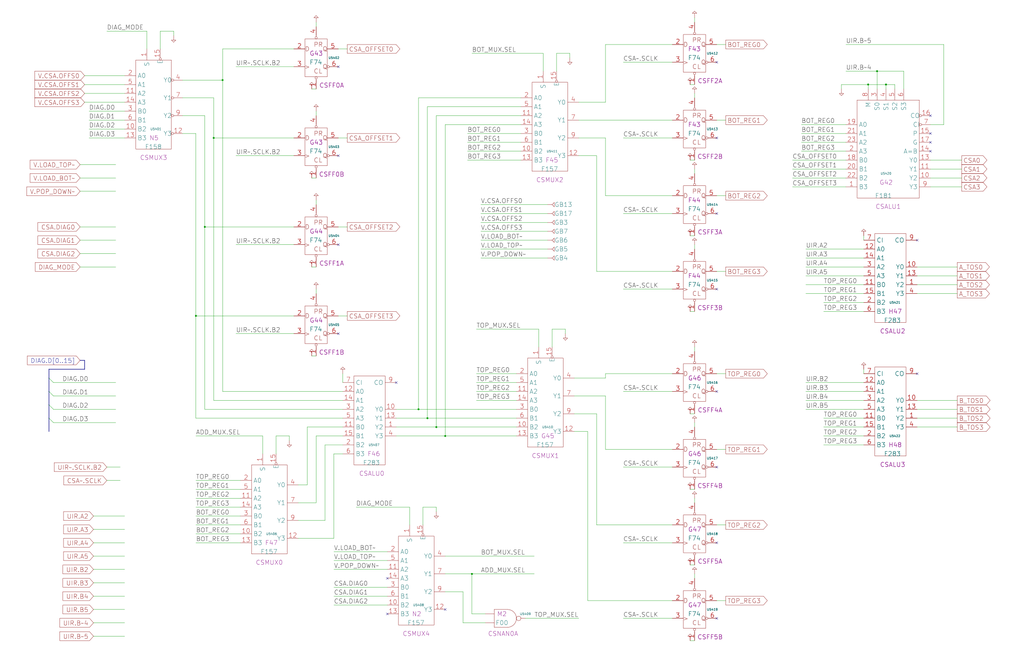
<source format=kicad_sch>
(kicad_sch (version 20221004) (generator eeschema)
  (paper "User" 584.2 378.46)
  (title_block (title "REGISTER FILE CONTROL\\nCSA ADDRESS GENERATION") (date "22-MAR-90") (rev "1.0") (comment 1 "VALUE") (comment 2 "232-003063") (comment 3 "S400") (comment 4 "RELEASED"))
  (lib_symbols
    (symbol "r1000:F00" (pin_numbers hide) (pin_names hide)
      (property "Reference" "U" (at 15.24 0 0))
      (property "Value" "F00" (at 1.905 -5.08 0))
      (property "Location" "___" (at 1.905 0 0))
      (property "Name" "______" (at 2.54 -12.7 0))
      (symbol "F00_1_1"
        (pin input line (at -7.62 0 0) (length 5.08) (name "D0") (number "1"))
        (pin input line (at -7.62 -5.08 0) (length 5.08) (name "D1") (number "2"))
        (pin output line (at 15.24 -2.54 180) (length 2.54) (name "Q") (number "3"))
      )
      (symbol "F00_1_2"
        (pin input line (at -7.62 0 0) (length 2.54) (name "D0") (number "1"))
        (pin input line (at -7.62 -5.08 0) (length 2.54) (name "D1") (number "2"))
        (pin output line (at 15.24 -2.54 180) (length 5.08) (name "Q") (number "3"))
      )
    )
    (symbol "r1000:F157" (pin_names (offset 1.016))
      (property "Reference" "U" (at 2.54 5.08 0))
      (property "Value" "F157" (at -3.81 -5.08 0))
      (property "Location" "___" (at -1.27 0 0))
      (property "Name" "______" (at 1.27 -12.7 0))
      (symbol "F157_1_1"
        (pin input line (at -2.54 50.8 270) (length 6.35) (name "S") (number "1"))
        (pin input line (at -15.24 5.08 0) (length 6.35) (name "B2") (number "10"))
        (pin input line (at -15.24 25.4 0) (length 6.35) (name "A2") (number "11"))
        (pin output line (at 17.78 2.54 180) (length 6.35) (name "Y3") (number "12"))
        (pin input line (at -15.24 0 0) (length 6.35) (name "B3") (number "13"))
        (pin input line (at -15.24 20.32 0) (length 6.35) (name "A3") (number "14"))
        (pin input line (at 5.08 50.8 270) (length 5.08) (name "E") (number "15"))
        (pin input line (at -15.24 35.56 0) (length 6.35) (name "A0") (number "2"))
        (pin input line (at -15.24 15.24 0) (length 6.35) (name "B0") (number "3"))
        (pin output line (at 17.78 33.02 180) (length 6.35) (name "Y0") (number "4"))
        (pin input line (at -15.24 30.48 0) (length 6.35) (name "A1") (number "5"))
        (pin input line (at -15.24 10.16 0) (length 6.35) (name "B1") (number "6"))
        (pin output line (at 17.78 22.86 180) (length 6.35) (name "Y1") (number "7"))
        (pin output line (at 17.78 12.7 180) (length 6.35) (name "Y2") (number "9"))
      )
    )
    (symbol "r1000:F158" (pin_names (offset 1.016))
      (property "Reference" "U" (at 2.54 5.08 0))
      (property "Value" "F158" (at -3.81 -5.08 0))
      (property "Location" "___" (at -1.27 0 0))
      (property "Name" "______" (at 1.27 -12.7 0))
      (symbol "F158_1_1"
        (pin input line (at -2.54 50.8 270) (length 6.35) (name "S") (number "1"))
        (pin input line (at -15.24 5.08 0) (length 6.35) (name "B2") (number "10"))
        (pin input line (at -15.24 25.4 0) (length 6.35) (name "A2") (number "11"))
        (pin output line (at 17.78 2.54 180) (length 5.08) (name "Y3") (number "12"))
        (pin input line (at -15.24 0 0) (length 6.35) (name "B3") (number "13"))
        (pin input line (at -15.24 20.32 0) (length 6.35) (name "A3") (number "14"))
        (pin input line (at 5.08 50.8 270) (length 5.08) (name "E") (number "15"))
        (pin input line (at -15.24 35.56 0) (length 6.35) (name "A0") (number "2"))
        (pin input line (at -15.24 15.24 0) (length 6.35) (name "B0") (number "3"))
        (pin output line (at 17.78 33.02 180) (length 5.08) (name "Y0") (number "4"))
        (pin input line (at -15.24 30.48 0) (length 6.35) (name "A1") (number "5"))
        (pin input line (at -15.24 10.16 0) (length 6.35) (name "B1") (number "6"))
        (pin output line (at 17.78 22.86 180) (length 5.08) (name "Y1") (number "7"))
        (pin output line (at 17.78 12.7 180) (length 5.08) (name "Y2") (number "9"))
      )
    )
    (symbol "r1000:F181" (pin_names (offset 1.016))
      (property "Reference" "U" (at 2.54 5.08 0))
      (property "Value" "F181" (at -3.81 -7.62 0))
      (property "Location" "___" (at -1.27 0 0))
      (property "Name" "______" (at 3.81 -15.24 0))
      (symbol "F181_1_1"
        (pin input line (at -20.32 -2.54 0) (length 6.35) (name "B3") (number "1"))
        (pin output line (at 27.94 2.54 180) (length 6.35) (name "Y2") (number "10"))
        (pin output line (at 27.94 7.62 180) (length 6.35) (name "Y1") (number "11"))
        (pin output line (at 27.94 12.7 180) (length 6.35) (name "Y0") (number "13"))
        (pin open_collector line (at 27.94 17.78 180) (length 6.35) (name "A=B") (number "14"))
        (pin output line (at 27.94 27.94 180) (length 6.35) (name "P") (number "15"))
        (pin output line (at 27.94 38.1 180) (length 5.08) (name "CO") (number "16"))
        (pin output line (at 27.94 22.86 180) (length 6.35) (name "G") (number "17"))
        (pin input line (at -20.32 12.7 0) (length 6.35) (name "B0") (number "18"))
        (pin input line (at -20.32 33.02 0) (length 6.35) (name "A0") (number "19"))
        (pin input line (at -20.32 17.78 0) (length 6.35) (name "A3") (number "2"))
        (pin input line (at -20.32 7.62 0) (length 6.35) (name "B1") (number "20"))
        (pin input line (at -20.32 27.94 0) (length 6.35) (name "A1") (number "21"))
        (pin input line (at -20.32 2.54 0) (length 6.35) (name "B2") (number "22"))
        (pin input line (at -20.32 22.86 0) (length 6.35) (name "A2") (number "23"))
        (pin input line (at -2.54 53.34 270) (length 6.35) (name "S0") (number "3"))
        (pin input line (at 2.54 53.34 270) (length 6.35) (name "S1") (number "4"))
        (pin input line (at 7.62 53.34 270) (length 6.35) (name "S2") (number "5"))
        (pin input line (at 12.7 53.34 270) (length 6.35) (name "S3") (number "6"))
        (pin input line (at 27.94 33.02 180) (length 5.08) (name "CI") (number "7"))
        (pin input line (at -7.62 53.34 270) (length 6.35) (name "M") (number "8"))
        (pin output line (at 27.94 -2.54 180) (length 6.35) (name "Y3") (number "9"))
      )
    )
    (symbol "r1000:F283" (pin_names (offset 1.016))
      (property "Reference" "U" (at 2.54 5.08 0))
      (property "Value" "F283" (at -3.81 -5.08 0))
      (property "Location" "___" (at -1.27 0 0))
      (property "Name" "______" (at 1.27 -12.7 0))
      (symbol "F283_1_1"
        (pin output line (at 15.24 15.24 180) (length 6.35) (name "Y2") (number "1"))
        (pin output line (at 15.24 25.4 180) (length 6.35) (name "Y0") (number "10"))
        (pin input line (at -15.24 15.24 0) (length 6.35) (name "B0") (number "11"))
        (pin input line (at -15.24 35.56 0) (length 6.35) (name "A0") (number "12"))
        (pin output line (at 15.24 20.32 180) (length 6.35) (name "Y1") (number "13"))
        (pin input line (at -15.24 30.48 0) (length 6.35) (name "A1") (number "14"))
        (pin input line (at -15.24 10.16 0) (length 6.35) (name "B1") (number "15"))
        (pin input line (at -15.24 5.08 0) (length 6.35) (name "B2") (number "2"))
        (pin input line (at -15.24 25.4 0) (length 6.35) (name "A2") (number "3"))
        (pin output line (at 15.24 10.16 180) (length 6.35) (name "Y3") (number "4"))
        (pin input line (at -15.24 20.32 0) (length 6.35) (name "A3") (number "5"))
        (pin input line (at -15.24 0 0) (length 6.35) (name "B3") (number "6"))
        (pin input line (at -15.24 40.64 0) (length 6.35) (name "CI") (number "7"))
        (pin output line (at 15.24 40.64 180) (length 6.35) (name "CO") (number "9"))
      )
    )
    (symbol "r1000:F74" (pin_names (offset 1.016) hide)
      (property "Reference" "U" (at 12.7 -2.54 0))
      (property "Value" "F74" (at -1.27 -5.08 0))
      (property "Location" "___" (at -1.27 0 0))
      (property "Name" "______" (at 11.43 -19.685 0))
      (symbol "F74_1_1"
        (text ">" (at -2.54 -7.62 0) (effects (font (size 2.54 2.54))))
        (text "C" (at 2.54 -10.16 0) (effects (font (size 2.54 2.54))))
        (text "D" (at -2.54 2.54 0) (effects (font (size 2.54 2.54))))
        (text "L" (at 5.08 -10.16 0) (effects (font (size 2.54 2.54))))
        (text "P" (at 2.54 5.08 0) (effects (font (size 2.54 2.54))))
        (text "Q" (at 7.62 -7.62 0) (effects (font (size 2.54 2.54))))
        (text "Q" (at 7.62 2.54 0) (effects (font (size 2.54 2.54))))
        (text "R" (at 5.08 5.08 0) (effects (font (size 2.54 2.54))))
        (pin input line (at 2.54 -20.32 90) (length 5.08) (name "CL_") (number "1"))
        (pin input line (at -10.16 2.54 0) (length 6.35) (name "D") (number "2"))
        (pin input line (at -10.16 -7.62 0) (length 6.35) (name "CLK") (number "3"))
        (pin input line (at 2.54 15.24 270) (length 5.08) (name "PR_") (number "4"))
        (pin output line (at 15.24 2.54 180) (length 6.35) (name "Q") (number "5"))
        (pin output line (at 15.24 -7.62 180) (length 5.08) (name "Q_") (number "6"))
      )
    )
    (symbol "r1000:GB" (pin_numbers hide) (pin_names (offset 0) hide)
      (property "Reference" "GB" (at 3.81 0 0))
      (symbol "GB_1_1"
        (pin bidirectional line (at 0 0 0) (length 2.54) (name "") (number "1"))
      )
    )
    (symbol "r1000:PD" (power) (pin_numbers hide) (pin_names hide) (in_bom no)
      (symbol "PD_1_1"
        (pin power_in line (at 0 0 270) (length 2.54) (name "PD") (number "1"))
      )
    )
    (symbol "r1000:PU" (power) (pin_numbers hide) (pin_names hide)
      (symbol "PU_1_1"
        (pin power_in line (at 0 0 90) (length 2.54) (name "PU") (number "1"))
      )
    )
  )
  (junction (at 127 45.72))
  (junction (at 505.46 48.26))
  (junction (at 116.84 129.54))
  (junction (at 254 248.92))
  (junction (at 238.76 233.68))
  (junction (at 243.84 238.76))
  (junction (at 248.92 243.84))
  (junction (at 269.24 327.66))
  (junction (at 500.38 40.64))
  (junction (at 111.76 180.34))
  (junction (at 495.3 48.26))
  (junction (at 121.92 78.74))
  (no_connect (at 220.98 330.2))
  (no_connect (at 408.94 223.52))
  (no_connect (at 193.04 88.9))
  (no_connect (at 408.94 35.56))
  (no_connect (at 193.04 38.1))
  (no_connect (at 408.94 121.92))
  (no_connect (at 530.86 66.04))
  (no_connect (at 193.04 190.5))
  (no_connect (at 530.86 81.28))
  (no_connect (at 408.94 165.1))
  (no_connect (at 193.04 139.7))
  (no_connect (at 220.98 350.52))
  (no_connect (at 408.94 78.74))
  (no_connect (at 523.24 137.16))
  (no_connect (at 408.94 353.06))
  (no_connect (at 530.86 86.36))
  (no_connect (at 254 347.98))
  (no_connect (at 530.86 76.2))
  (no_connect (at 226.06 218.44))
  (no_connect (at 408.94 309.88))
  (no_connect (at 523.24 213.36))
  (no_connect (at 408.94 266.7))
  (bus_entry (at 27.94 223.52) (size 2.54 2.54))
  (bus_entry (at 27.94 215.9) (size 2.54 2.54))
  (bus_entry (at 27.94 238.76) (size 2.54 2.54))
  (bus_entry (at 27.94 231.14) (size 2.54 2.54))
  (wire (pts (xy 396.24 53.34) (xy 396.24 55.88)))
  (wire (pts (xy 340.36 236.22) (xy 340.36 299.72)))
  (wire (pts (xy 396.24 10.16) (xy 396.24 12.7)))
  (wire (pts (xy 345.44 58.42) (xy 330.2 58.42)))
  (wire (pts (xy 530.86 96.52) (xy 548.64 96.52)))
  (wire (pts (xy 177.8 50.8) (xy 180.34 50.8)))
  (wire (pts (xy 505.46 48.26) (xy 505.46 50.8)))
  (bus (pts (xy 27.94 215.9) (xy 27.94 223.52)))
  (wire (pts (xy 383.54 111.76) (xy 345.44 111.76)))
  (wire (pts (xy 383.54 213.36) (xy 345.44 213.36)))
  (wire (pts (xy 274.32 132.08) (xy 312.42 132.08)))
  (wire (pts (xy 459.74 162.56) (xy 492.76 162.56)))
  (wire (pts (xy 241.3 289.56) (xy 241.3 299.72)))
  (wire (pts (xy 195.58 213.36) (xy 195.58 218.44)))
  (wire (pts (xy 530.86 101.6) (xy 548.64 101.6)))
  (wire (pts (xy 193.04 180.34) (xy 198.12 180.34)))
  (wire (pts (xy 180.34 114.3) (xy 180.34 116.84)))
  (wire (pts (xy 530.86 106.68) (xy 548.64 106.68)))
  (wire (pts (xy 226.06 233.68) (xy 238.76 233.68)))
  (wire (pts (xy 530.86 91.44) (xy 548.64 91.44)))
  (wire (pts (xy 48.26 48.26) (xy 71.12 48.26)))
  (wire (pts (xy 459.74 157.48) (xy 492.76 157.48)))
  (wire (pts (xy 193.04 129.54) (xy 198.12 129.54)))
  (bus (pts (xy 27.94 210.82) (xy 48.26 210.82)))
  (wire (pts (xy 408.94 299.72) (xy 414.02 299.72)))
  (wire (pts (xy 195.58 259.08) (xy 190.5 259.08)))
  (wire (pts (xy 383.54 25.4) (xy 345.44 25.4)))
  (wire (pts (xy 170.18 297.18) (xy 185.42 297.18)))
  (wire (pts (xy 165.1 251.46) (xy 165.1 248.92)))
  (wire (pts (xy 111.76 309.88) (xy 137.16 309.88)))
  (wire (pts (xy 269.24 327.66) (xy 304.8 327.66)))
  (wire (pts (xy 396.24 241.3) (xy 396.24 243.84)))
  (wire (pts (xy 149.86 248.92) (xy 149.86 259.08)))
  (wire (pts (xy 469.9 243.84) (xy 492.76 243.84)))
  (wire (pts (xy 177.8 203.2) (xy 180.34 203.2)))
  (wire (pts (xy 345.44 213.36) (xy 345.44 215.9)))
  (wire (pts (xy 99.06 20.32) (xy 99.06 17.78)))
  (wire (pts (xy 396.24 96.52) (xy 396.24 99.06)))
  (wire (pts (xy 254 71.12) (xy 297.18 71.12)))
  (wire (pts (xy 99.06 17.78) (xy 91.44 17.78)))
  (wire (pts (xy 190.5 335.28) (xy 220.98 335.28)))
  (wire (pts (xy 254 248.92) (xy 254 71.12)))
  (wire (pts (xy 500.38 40.64) (xy 515.62 40.64)))
  (wire (pts (xy 452.12 101.6) (xy 482.6 101.6)))
  (wire (pts (xy 248.92 66.04) (xy 248.92 243.84)))
  (wire (pts (xy 190.5 259.08) (xy 190.5 307.34)))
  (wire (pts (xy 157.48 248.92) (xy 157.48 259.08)))
  (wire (pts (xy 269.24 30.48) (xy 309.88 30.48)))
  (wire (pts (xy 355.6 165.1) (xy 383.54 165.1)))
  (bus (pts (xy 48.26 210.82) (xy 48.26 205.74)))
  (wire (pts (xy 53.34 317.5) (xy 71.12 317.5)))
  (wire (pts (xy 523.24 162.56) (xy 546.1 162.56)))
  (wire (pts (xy 238.76 55.88) (xy 238.76 233.68)))
  (wire (pts (xy 492.76 210.82) (xy 492.76 213.36)))
  (wire (pts (xy 180.34 248.92) (xy 180.34 287.02)))
  (wire (pts (xy 111.76 294.64) (xy 137.16 294.64)))
  (wire (pts (xy 322.58 190.5) (xy 322.58 187.96)))
  (wire (pts (xy 393.7 48.26) (xy 396.24 48.26)))
  (wire (pts (xy 180.34 12.7) (xy 180.34 15.24)))
  (wire (pts (xy 459.74 167.64) (xy 492.76 167.64)))
  (wire (pts (xy 297.18 55.88) (xy 238.76 55.88)))
  (wire (pts (xy 134.62 190.5) (xy 167.64 190.5)))
  (wire (pts (xy 185.42 297.18) (xy 185.42 254)))
  (wire (pts (xy 91.44 17.78) (xy 91.44 27.94)))
  (wire (pts (xy 482.6 25.4) (xy 538.48 25.4)))
  (wire (pts (xy 190.5 325.12) (xy 220.98 325.12)))
  (wire (pts (xy 271.78 218.44) (xy 294.64 218.44)))
  (wire (pts (xy 480.06 50.8) (xy 480.06 48.26)))
  (wire (pts (xy 45.72 152.4) (xy 66.04 152.4)))
  (wire (pts (xy 53.34 302.26) (xy 71.12 302.26)))
  (wire (pts (xy 396.24 139.7) (xy 396.24 142.24)))
  (wire (pts (xy 104.14 45.72) (xy 127 45.72)))
  (wire (pts (xy 408.94 342.9) (xy 414.02 342.9)))
  (wire (pts (xy 190.5 314.96) (xy 220.98 314.96)))
  (bus (pts (xy 45.72 205.74) (xy 48.26 205.74)))
  (wire (pts (xy 309.88 30.48) (xy 309.88 40.64)))
  (wire (pts (xy 264.16 355.6) (xy 276.86 355.6)))
  (wire (pts (xy 127 27.94) (xy 167.64 27.94)))
  (wire (pts (xy 396.24 327.66) (xy 396.24 330.2)))
  (wire (pts (xy 195.58 228.6) (xy 121.92 228.6)))
  (wire (pts (xy 345.44 25.4) (xy 345.44 58.42)))
  (wire (pts (xy 325.12 30.48) (xy 317.5 30.48)))
  (wire (pts (xy 165.1 248.92) (xy 157.48 248.92)))
  (wire (pts (xy 111.76 76.2) (xy 111.76 180.34)))
  (wire (pts (xy 274.32 147.32) (xy 312.42 147.32)))
  (wire (pts (xy 45.72 129.54) (xy 66.04 129.54)))
  (wire (pts (xy 459.74 228.6) (xy 492.76 228.6)))
  (wire (pts (xy 317.5 30.48) (xy 317.5 40.64)))
  (wire (pts (xy 340.36 88.9) (xy 330.2 88.9)))
  (wire (pts (xy 45.72 93.98) (xy 66.04 93.98)))
  (wire (pts (xy 523.24 233.68) (xy 546.1 233.68)))
  (wire (pts (xy 345.44 78.74) (xy 330.2 78.74)))
  (wire (pts (xy 53.34 325.12) (xy 71.12 325.12)))
  (wire (pts (xy 53.34 355.6) (xy 71.12 355.6)))
  (wire (pts (xy 523.24 238.76) (xy 546.1 238.76)))
  (wire (pts (xy 340.36 154.94) (xy 340.36 88.9)))
  (wire (pts (xy 226.06 238.76) (xy 243.84 238.76)))
  (wire (pts (xy 190.5 307.34) (xy 170.18 307.34)))
  (wire (pts (xy 45.72 109.22) (xy 66.04 109.22)))
  (wire (pts (xy 515.62 40.64) (xy 515.62 50.8)))
  (wire (pts (xy 457.2 86.36) (xy 482.6 86.36)))
  (wire (pts (xy 452.12 91.44) (xy 482.6 91.44)))
  (wire (pts (xy 297.18 66.04) (xy 248.92 66.04)))
  (wire (pts (xy 408.94 68.58) (xy 414.02 68.58)))
  (wire (pts (xy 116.84 129.54) (xy 167.64 129.54)))
  (wire (pts (xy 271.78 223.52) (xy 294.64 223.52)))
  (wire (pts (xy 510.54 48.26) (xy 510.54 50.8)))
  (wire (pts (xy 116.84 129.54) (xy 116.84 233.68)))
  (wire (pts (xy 193.04 27.94) (xy 198.12 27.94)))
  (wire (pts (xy 53.34 347.98) (xy 71.12 347.98)))
  (wire (pts (xy 195.58 238.76) (xy 111.76 238.76)))
  (wire (pts (xy 233.68 289.56) (xy 233.68 299.72)))
  (wire (pts (xy 134.62 38.1) (xy 167.64 38.1)))
  (wire (pts (xy 396.24 284.48) (xy 396.24 287.02)))
  (wire (pts (xy 523.24 157.48) (xy 546.1 157.48)))
  (wire (pts (xy 459.74 233.68) (xy 492.76 233.68)))
  (wire (pts (xy 393.7 134.62) (xy 396.24 134.62)))
  (bus (pts (xy 27.94 223.52) (xy 27.94 231.14)))
  (wire (pts (xy 190.5 320.04) (xy 220.98 320.04)))
  (wire (pts (xy 111.76 238.76) (xy 111.76 180.34)))
  (wire (pts (xy 457.2 71.12) (xy 482.6 71.12)))
  (wire (pts (xy 266.7 86.36) (xy 297.18 86.36)))
  (wire (pts (xy 383.54 154.94) (xy 340.36 154.94)))
  (wire (pts (xy 30.48 241.3) (xy 66.04 241.3)))
  (wire (pts (xy 238.76 233.68) (xy 294.64 233.68)))
  (wire (pts (xy 127 45.72) (xy 127 223.52)))
  (wire (pts (xy 45.72 137.16) (xy 66.04 137.16)))
  (wire (pts (xy 299.72 353.06) (xy 330.2 353.06)))
  (wire (pts (xy 271.78 228.6) (xy 294.64 228.6)))
  (wire (pts (xy 345.44 111.76) (xy 345.44 78.74)))
  (wire (pts (xy 459.74 147.32) (xy 492.76 147.32)))
  (wire (pts (xy 345.44 256.54) (xy 345.44 226.06)))
  (wire (pts (xy 271.78 213.36) (xy 294.64 213.36)))
  (wire (pts (xy 111.76 304.8) (xy 137.16 304.8)))
  (wire (pts (xy 226.06 243.84) (xy 248.92 243.84)))
  (wire (pts (xy 335.28 246.38) (xy 327.66 246.38)))
  (wire (pts (xy 495.3 48.26) (xy 505.46 48.26)))
  (wire (pts (xy 523.24 152.4) (xy 546.1 152.4)))
  (wire (pts (xy 355.6 266.7) (xy 383.54 266.7)))
  (wire (pts (xy 495.3 48.26) (xy 495.3 50.8)))
  (wire (pts (xy 248.92 292.1) (xy 248.92 289.56)))
  (wire (pts (xy 50.8 68.58) (xy 71.12 68.58)))
  (wire (pts (xy 48.26 43.18) (xy 71.12 43.18)))
  (wire (pts (xy 127 223.52) (xy 195.58 223.52)))
  (wire (pts (xy 111.76 248.92) (xy 149.86 248.92)))
  (wire (pts (xy 271.78 187.96) (xy 307.34 187.96)))
  (wire (pts (xy 195.58 248.92) (xy 180.34 248.92)))
  (wire (pts (xy 327.66 236.22) (xy 340.36 236.22)))
  (wire (pts (xy 452.12 96.52) (xy 482.6 96.52)))
  (wire (pts (xy 274.32 142.24) (xy 312.42 142.24)))
  (wire (pts (xy 53.34 340.36) (xy 71.12 340.36)))
  (wire (pts (xy 274.32 137.16) (xy 312.42 137.16)))
  (wire (pts (xy 538.48 25.4) (xy 538.48 71.12)))
  (wire (pts (xy 60.96 266.7) (xy 68.58 266.7)))
  (wire (pts (xy 523.24 228.6) (xy 546.1 228.6)))
  (wire (pts (xy 355.6 353.06) (xy 383.54 353.06)))
  (wire (pts (xy 469.9 177.8) (xy 492.76 177.8)))
  (wire (pts (xy 355.6 121.92) (xy 383.54 121.92)))
  (wire (pts (xy 60.96 274.32) (xy 68.58 274.32)))
  (wire (pts (xy 383.54 256.54) (xy 345.44 256.54)))
  (wire (pts (xy 340.36 299.72) (xy 383.54 299.72)))
  (wire (pts (xy 121.92 55.88) (xy 121.92 78.74)))
  (wire (pts (xy 175.26 243.84) (xy 195.58 243.84)))
  (wire (pts (xy 185.42 254) (xy 195.58 254)))
  (wire (pts (xy 226.06 248.92) (xy 254 248.92)))
  (wire (pts (xy 459.74 142.24) (xy 492.76 142.24)))
  (wire (pts (xy 355.6 35.56) (xy 383.54 35.56)))
  (wire (pts (xy 266.7 81.28) (xy 297.18 81.28)))
  (wire (pts (xy 482.6 40.64) (xy 500.38 40.64)))
  (wire (pts (xy 243.84 60.96) (xy 297.18 60.96)))
  (wire (pts (xy 254 248.92) (xy 294.64 248.92)))
  (wire (pts (xy 523.24 243.84) (xy 546.1 243.84)))
  (wire (pts (xy 175.26 276.86) (xy 175.26 243.84)))
  (wire (pts (xy 393.7 236.22) (xy 396.24 236.22)))
  (wire (pts (xy 459.74 152.4) (xy 492.76 152.4)))
  (wire (pts (xy 104.14 76.2) (xy 111.76 76.2)))
  (wire (pts (xy 134.62 139.7) (xy 167.64 139.7)))
  (wire (pts (xy 180.34 165.1) (xy 180.34 167.64)))
  (wire (pts (xy 121.92 228.6) (xy 121.92 78.74)))
  (wire (pts (xy 505.46 48.26) (xy 510.54 48.26)))
  (wire (pts (xy 469.9 254) (xy 492.76 254)))
  (wire (pts (xy 111.76 180.34) (xy 167.64 180.34)))
  (wire (pts (xy 274.32 116.84) (xy 312.42 116.84)))
  (wire (pts (xy 104.14 66.04) (xy 116.84 66.04)))
  (wire (pts (xy 30.48 218.44) (xy 66.04 218.44)))
  (wire (pts (xy 180.34 63.5) (xy 180.34 66.04)))
  (wire (pts (xy 30.48 226.06) (xy 66.04 226.06)))
  (wire (pts (xy 83.82 17.78) (xy 83.82 27.94)))
  (wire (pts (xy 60.96 17.78) (xy 83.82 17.78)))
  (wire (pts (xy 170.18 276.86) (xy 175.26 276.86)))
  (wire (pts (xy 538.48 71.12) (xy 530.86 71.12)))
  (wire (pts (xy 190.5 340.36) (xy 220.98 340.36)))
  (wire (pts (xy 111.76 289.56) (xy 137.16 289.56)))
  (wire (pts (xy 393.7 279.4) (xy 396.24 279.4)))
  (wire (pts (xy 307.34 187.96) (xy 307.34 198.12)))
  (wire (pts (xy 322.58 187.96) (xy 314.96 187.96)))
  (wire (pts (xy 345.44 215.9) (xy 327.66 215.9)))
  (wire (pts (xy 134.62 88.9) (xy 167.64 88.9)))
  (wire (pts (xy 248.92 289.56) (xy 241.3 289.56)))
  (wire (pts (xy 121.92 78.74) (xy 167.64 78.74)))
  (wire (pts (xy 276.86 350.52) (xy 269.24 350.52)))
  (wire (pts (xy 469.9 172.72) (xy 492.76 172.72)))
  (wire (pts (xy 266.7 76.2) (xy 297.18 76.2)))
  (wire (pts (xy 203.2 289.56) (xy 233.68 289.56)))
  (wire (pts (xy 111.76 299.72) (xy 137.16 299.72)))
  (wire (pts (xy 248.92 243.84) (xy 294.64 243.84)))
  (wire (pts (xy 266.7 91.44) (xy 297.18 91.44)))
  (wire (pts (xy 396.24 198.12) (xy 396.24 200.66)))
  (wire (pts (xy 469.9 248.92) (xy 492.76 248.92)))
  (wire (pts (xy 500.38 40.64) (xy 500.38 50.8)))
  (wire (pts (xy 45.72 101.6) (xy 66.04 101.6)))
  (wire (pts (xy 393.7 177.8) (xy 396.24 177.8)))
  (wire (pts (xy 243.84 238.76) (xy 243.84 60.96)))
  (wire (pts (xy 264.16 337.82) (xy 264.16 355.6)))
  (wire (pts (xy 274.32 121.92) (xy 312.42 121.92)))
  (wire (pts (xy 492.76 134.62) (xy 492.76 137.16)))
  (wire (pts (xy 345.44 226.06) (xy 327.66 226.06)))
  (bus (pts (xy 27.94 210.82) (xy 27.94 215.9)))
  (wire (pts (xy 274.32 127) (xy 312.42 127)))
  (wire (pts (xy 50.8 78.74) (xy 71.12 78.74)))
  (wire (pts (xy 45.72 144.78) (xy 66.04 144.78)))
  (wire (pts (xy 393.7 91.44) (xy 396.24 91.44)))
  (wire (pts (xy 408.94 111.76) (xy 414.02 111.76)))
  (wire (pts (xy 355.6 309.88) (xy 383.54 309.88)))
  (wire (pts (xy 48.26 53.34) (xy 71.12 53.34)))
  (wire (pts (xy 53.34 309.88) (xy 71.12 309.88)))
  (wire (pts (xy 457.2 76.2) (xy 482.6 76.2)))
  (wire (pts (xy 459.74 223.52) (xy 492.76 223.52)))
  (wire (pts (xy 469.9 238.76) (xy 492.76 238.76)))
  (wire (pts (xy 53.34 363.22) (xy 71.12 363.22)))
  (wire (pts (xy 335.28 342.9) (xy 335.28 246.38)))
  (wire (pts (xy 177.8 101.6) (xy 180.34 101.6)))
  (wire (pts (xy 243.84 238.76) (xy 294.64 238.76)))
  (wire (pts (xy 452.12 106.68) (xy 482.6 106.68)))
  (wire (pts (xy 393.7 365.76) (xy 396.24 365.76)))
  (wire (pts (xy 269.24 350.52) (xy 269.24 327.66)))
  (wire (pts (xy 314.96 187.96) (xy 314.96 198.12)))
  (wire (pts (xy 48.26 58.42) (xy 71.12 58.42)))
  (wire (pts (xy 523.24 167.64) (xy 546.1 167.64)))
  (wire (pts (xy 180.34 287.02) (xy 170.18 287.02)))
  (wire (pts (xy 393.7 322.58) (xy 396.24 322.58)))
  (wire (pts (xy 116.84 233.68) (xy 195.58 233.68)))
  (wire (pts (xy 408.94 25.4) (xy 414.02 25.4)))
  (wire (pts (xy 104.14 55.88) (xy 121.92 55.88)))
  (wire (pts (xy 111.76 279.4) (xy 137.16 279.4)))
  (bus (pts (xy 27.94 231.14) (xy 27.94 238.76)))
  (wire (pts (xy 408.94 213.36) (xy 414.02 213.36)))
  (wire (pts (xy 254 317.5) (xy 304.8 317.5)))
  (wire (pts (xy 254 327.66) (xy 269.24 327.66)))
  (wire (pts (xy 53.34 294.64) (xy 71.12 294.64)))
  (wire (pts (xy 111.76 274.32) (xy 137.16 274.32)))
  (wire (pts (xy 480.06 48.26) (xy 495.3 48.26)))
  (wire (pts (xy 459.74 218.44) (xy 492.76 218.44)))
  (wire (pts (xy 383.54 342.9) (xy 335.28 342.9)))
  (wire (pts (xy 408.94 154.94) (xy 414.02 154.94)))
  (wire (pts (xy 190.5 345.44) (xy 220.98 345.44)))
  (wire (pts (xy 53.34 332.74) (xy 71.12 332.74)))
  (bus (pts (xy 27.94 238.76) (xy 27.94 246.38)))
  (wire (pts (xy 116.84 66.04) (xy 116.84 129.54)))
  (wire (pts (xy 30.48 233.68) (xy 66.04 233.68)))
  (wire (pts (xy 254 337.82) (xy 264.16 337.82)))
  (wire (pts (xy 177.8 152.4) (xy 180.34 152.4)))
  (wire (pts (xy 50.8 73.66) (xy 71.12 73.66)))
  (wire (pts (xy 355.6 78.74) (xy 383.54 78.74)))
  (wire (pts (xy 50.8 63.5) (xy 71.12 63.5)))
  (wire (pts (xy 127 45.72) (xy 127 27.94)))
  (wire (pts (xy 355.6 223.52) (xy 383.54 223.52)))
  (wire (pts (xy 325.12 33.02) (xy 325.12 30.48)))
  (wire (pts (xy 457.2 81.28) (xy 482.6 81.28)))
  (wire (pts (xy 408.94 256.54) (xy 414.02 256.54)))
  (wire (pts (xy 111.76 284.48) (xy 137.16 284.48)))
  (wire (pts (xy 330.2 68.58) (xy 383.54 68.58)))
  (wire (pts (xy 193.04 78.74) (xy 198.12 78.74)))
  (label "V.CSA.OFFS3" (at 274.32 132.08 0) (effects (font (size 2.54 2.54))))
  (label "CSA_OFFSET2" (at 452.12 101.6 0) (effects (font (size 2.54 2.54))))
  (label "ADD_MUX.SEL" (at 111.76 248.92 0) (effects (font (size 2.54 2.54))))
  (label "CSA_OFFSET0" (at 452.12 91.44 0) (effects (font (size 2.54 2.54))))
  (label "V.POP_DOWN~" (at 274.32 147.32 0) (effects (font (size 2.54 2.54))))
  (label "UIR.A4" (at 459.74 152.4 0) (effects (font (size 2.54 2.54))))
  (label "TOP_REG2" (at 111.76 284.48 0) (effects (font (size 2.54 2.54))))
  (label "V.CSA.OFFS0" (at 274.32 116.84 0) (effects (font (size 2.54 2.54))))
  (label "DIAG.D0" (at 50.8 63.5 0) (effects (font (size 2.54 2.54))))
  (label "DIAG.D3" (at 50.8 78.74 0) (effects (font (size 2.54 2.54))))
  (label "CSA.DIAG1" (at 190.5 340.36 0) (effects (font (size 2.54 2.54))))
  (label "V.CSA.OFFS1" (at 274.32 121.92 0) (effects (font (size 2.54 2.54))))
  (label "TOP_REG0" (at 469.9 238.76 0) (effects (font (size 2.54 2.54))))
  (label "V.LOAD_TOP~" (at 190.5 320.04 0) (effects (font (size 2.54 2.54))))
  (label "TOP_REG0" (at 111.76 274.32 0) (effects (font (size 2.54 2.54))))
  (label "DIAG.D1" (at 50.8 68.58 0) (effects (font (size 2.54 2.54))))
  (label "TOP_REG0" (at 271.78 213.36 0) (effects (font (size 2.54 2.54))))
  (label "UIR.B~4" (at 482.6 40.64 0) (effects (font (size 2.54 2.54))))
  (label "DIAG.D0" (at 35.56 218.44 0) (effects (font (size 2.54 2.54))))
  (label "BOT_REG2" (at 457.2 81.28 0) (effects (font (size 2.54 2.54))))
  (label "CSA_OFFSET1" (at 452.12 96.52 0) (effects (font (size 2.54 2.54))))
  (label "CSA.DIAG0" (at 190.5 335.28 0) (effects (font (size 2.54 2.54))))
  (label "CSA~.SCLK" (at 355.6 165.1 0) (effects (font (size 2.54 2.54))))
  (label "UIR.B4" (at 459.74 228.6 0) (effects (font (size 2.54 2.54))))
  (label "TOP_REG2" (at 469.9 172.72 0) (effects (font (size 2.54 2.54))))
  (label "BOT_REG0" (at 111.76 294.64 0) (effects (font (size 2.54 2.54))))
  (label "UIR~.SCLK.B2" (at 134.62 190.5 0) (effects (font (size 2.54 2.54))))
  (label "V.POP_DOWN~" (at 190.5 325.12 0) (effects (font (size 2.54 2.54))))
  (label "BOT_REG2" (at 111.76 304.8 0) (effects (font (size 2.54 2.54))))
  (label "CSA~.SCLK" (at 355.6 309.88 0) (effects (font (size 2.54 2.54))))
  (label "UIR.A2" (at 459.74 142.24 0) (effects (font (size 2.54 2.54))))
  (label "TOP_REG2" (at 469.9 248.92 0) (effects (font (size 2.54 2.54))))
  (label "UIR~.SCLK.B2" (at 134.62 88.9 0) (effects (font (size 2.54 2.54))))
  (label "BOT_REG1" (at 266.7 81.28 0) (effects (font (size 2.54 2.54))))
  (label "BOT_REG0" (at 457.2 71.12 0) (effects (font (size 2.54 2.54))))
  (label "BOT_REG0" (at 266.7 76.2 0) (effects (font (size 2.54 2.54))))
  (label "DIAG.D2" (at 50.8 73.66 0) (effects (font (size 2.54 2.54))))
  (label "TOP_REG1" (at 469.9 243.84 0) (effects (font (size 2.54 2.54))))
  (label "TOP_REG3" (at 469.9 177.8 0) (effects (font (size 2.54 2.54))))
  (label "V.CSA.OFFS2" (at 274.32 127 0) (effects (font (size 2.54 2.54))))
  (label "UIR.B3" (at 459.74 223.52 0) (effects (font (size 2.54 2.54))))
  (label "V.LOAD_BOT~" (at 274.32 137.16 0) (effects (font (size 2.54 2.54))))
  (label "TOP_REG3" (at 271.78 228.6 0) (effects (font (size 2.54 2.54))))
  (label "TOP_REG2" (at 271.78 223.52 0) (effects (font (size 2.54 2.54))))
  (label "CSA~.SCLK" (at 355.6 121.92 0) (effects (font (size 2.54 2.54))))
  (label "BOT_REG3" (at 266.7 91.44 0) (effects (font (size 2.54 2.54))))
  (label "V.LOAD_TOP~" (at 274.32 142.24 0) (effects (font (size 2.54 2.54))))
  (label "DIAG.D1" (at 35.56 226.06 0) (effects (font (size 2.54 2.54))))
  (label "DIAG_MODE" (at 203.2 289.56 0) (effects (font (size 2.54 2.54))))
  (label "TOP_REG1" (at 271.78 218.44 0) (effects (font (size 2.54 2.54))))
  (label "TOP_REG3" (at 469.9 254 0) (effects (font (size 2.54 2.54))))
  (label "UIR.A3" (at 459.74 147.32 0) (effects (font (size 2.54 2.54))))
  (label "BOT_MUX.SEL" (at 274.32 317.5 0) (effects (font (size 2.54 2.54))))
  (label "BOT_REG3" (at 457.2 86.36 0) (effects (font (size 2.54 2.54))))
  (label "CSA~.SCLK" (at 355.6 266.7 0) (effects (font (size 2.54 2.54))))
  (label "UIR.B5" (at 459.74 233.68 0) (effects (font (size 2.54 2.54))))
  (label "BOT_REG1" (at 111.76 299.72 0) (effects (font (size 2.54 2.54))))
  (label "UIR.B2" (at 459.74 218.44 0) (effects (font (size 2.54 2.54))))
  (label "TOP_REG3" (at 111.76 289.56 0) (effects (font (size 2.54 2.54))))
  (label "BOT_REG2" (at 266.7 86.36 0) (effects (font (size 2.54 2.54))))
  (label "CSA~.SCLK" (at 355.6 35.56 0) (effects (font (size 2.54 2.54))))
  (label "UIR.A5" (at 459.74 157.48 0) (effects (font (size 2.54 2.54))))
  (label "TOP_MUX.SEL" (at 304.8 353.06 0) (effects (font (size 2.54 2.54))))
  (label "V.LOAD_BOT~" (at 190.5 314.96 0) (effects (font (size 2.54 2.54))))
  (label "CSA_OFFSET3" (at 452.12 106.68 0) (effects (font (size 2.54 2.54))))
  (label "TOP_REG1" (at 469.9 167.64 0) (effects (font (size 2.54 2.54))))
  (label "BOT_MUX.SEL" (at 269.24 30.48 0) (effects (font (size 2.54 2.54))))
  (label "CSA~.SCLK" (at 355.6 353.06 0) (effects (font (size 2.54 2.54))))
  (label "ADD_MUX.SEL" (at 274.32 327.66 0) (effects (font (size 2.54 2.54))))
  (label "CSA~.SCLK" (at 355.6 223.52 0) (effects (font (size 2.54 2.54))))
  (label "TOP_REG1" (at 111.76 279.4 0) (effects (font (size 2.54 2.54))))
  (label "UIR~.SCLK.B2" (at 134.62 38.1 0) (effects (font (size 2.54 2.54))))
  (label "DIAG_MODE" (at 60.96 17.78 0) (effects (font (size 2.54 2.54))))
  (label "TOP_REG0" (at 469.9 162.56 0) (effects (font (size 2.54 2.54))))
  (label "TOP_MUX.SEL" (at 271.78 187.96 0) (effects (font (size 2.54 2.54))))
  (label "BOT_REG3" (at 111.76 309.88 0) (effects (font (size 2.54 2.54))))
  (label "UIR.B~5" (at 482.6 25.4 0) (effects (font (size 2.54 2.54))))
  (label "DIAG.D3" (at 35.56 241.3 0) (effects (font (size 2.54 2.54))))
  (label "DIAG.D2" (at 35.56 233.68 0) (effects (font (size 2.54 2.54))))
  (label "CSA.DIAG2" (at 190.5 345.44 0) (effects (font (size 2.54 2.54))))
  (label "UIR~.SCLK.B2" (at 134.62 139.7 0) (effects (font (size 2.54 2.54))))
  (label "CSA~.SCLK" (at 355.6 78.74 0) (effects (font (size 2.54 2.54))))
  (label "BOT_REG1" (at 457.2 76.2 0) (effects (font (size 2.54 2.54))))
  (global_label "BOT_REG0" (shape output) (at 414.02 25.4 0) (effects (font (size 2.54 2.54))) (property "Intersheet References" "${INTERSHEET_REFS}" (at 437.7146 25.2413 0) (effects (font (size 1.905 1.905)) (justify left))))
  (global_label "CSA.DIAG1" (shape input) (at 45.72 137.16 180) (effects (font (size 2.54 2.54))) (property "Intersheet References" "${INTERSHEET_REFS}" (at 21.6626 137.0013 0) (effects (font (size 1.905 1.905)) (justify right))))
  (global_label "V.CSA.OFFS0" (shape input) (at 48.26 43.18 180) (effects (font (size 2.54 2.54))) (property "Intersheet References" "${INTERSHEET_REFS}" (at 19.8483 43.0213 0) (effects (font (size 1.905 1.905)) (justify right))))
  (global_label "UIR.B~4" (shape input) (at 53.34 355.6 180) (effects (font (size 2.54 2.54))) (property "Intersheet References" "${INTERSHEET_REFS}" (at 34.1207 355.4413 0) (effects (font (size 1.905 1.905)) (justify right))))
  (global_label "A_TOS0" (shape output) (at 546.1 152.4 0) (effects (font (size 2.54 2.54))) (property "Intersheet References" "${INTERSHEET_REFS}" (at 564.4727 152.2413 0) (effects (font (size 1.905 1.905)) (justify left))))
  (global_label "TOP_REG0" (shape output) (at 414.02 213.36 0) (effects (font (size 2.54 2.54))) (property "Intersheet References" "${INTERSHEET_REFS}" (at 437.7146 213.2013 0) (effects (font (size 1.905 1.905)) (justify left))))
  (global_label "UIR.B3" (shape input) (at 53.34 332.74 180) (effects (font (size 2.54 2.54))) (property "Intersheet References" "${INTERSHEET_REFS}" (at 35.935 332.5813 0) (effects (font (size 1.905 1.905)) (justify right))))
  (global_label "B_TOS3" (shape output) (at 546.1 243.84 0) (effects (font (size 2.54 2.54))) (property "Intersheet References" "${INTERSHEET_REFS}" (at 564.8355 243.6813 0) (effects (font (size 1.905 1.905)) (justify left))))
  (global_label "TOP_REG2" (shape output) (at 414.02 299.72 0) (effects (font (size 2.54 2.54))) (property "Intersheet References" "${INTERSHEET_REFS}" (at 437.7146 299.5613 0) (effects (font (size 1.905 1.905)) (justify left))))
  (global_label "B_TOS1" (shape output) (at 546.1 233.68 0) (effects (font (size 2.54 2.54))) (property "Intersheet References" "${INTERSHEET_REFS}" (at 564.8355 233.5213 0) (effects (font (size 1.905 1.905)) (justify left))))
  (global_label "BOT_REG3" (shape output) (at 414.02 154.94 0) (effects (font (size 2.54 2.54))) (property "Intersheet References" "${INTERSHEET_REFS}" (at 437.7146 154.7813 0) (effects (font (size 1.905 1.905)) (justify left))))
  (global_label "CSA_OFFSET2" (shape output) (at 198.12 129.54 0) (effects (font (size 2.54 2.54))) (property "Intersheet References" "${INTERSHEET_REFS}" (at 228.1041 129.3813 0) (effects (font (size 1.905 1.905)) (justify left))))
  (global_label "CSA.DIAG2" (shape input) (at 45.72 144.78 180) (effects (font (size 2.54 2.54))) (property "Intersheet References" "${INTERSHEET_REFS}" (at 21.6626 144.6213 0) (effects (font (size 1.905 1.905)) (justify right))))
  (global_label "UIR.A2" (shape input) (at 53.34 294.64 180) (effects (font (size 2.54 2.54))) (property "Intersheet References" "${INTERSHEET_REFS}" (at 36.2978 294.4813 0) (effects (font (size 1.905 1.905)) (justify right))))
  (global_label "BOT_REG1" (shape output) (at 414.02 68.58 0) (effects (font (size 2.54 2.54))) (property "Intersheet References" "${INTERSHEET_REFS}" (at 437.7146 68.4213 0) (effects (font (size 1.905 1.905)) (justify left))))
  (global_label "V.LOAD_TOP~" (shape input) (at 45.72 93.98 180) (effects (font (size 2.54 2.54))) (property "Intersheet References" "${INTERSHEET_REFS}" (at 17.1873 93.8213 0) (effects (font (size 1.905 1.905)) (justify right))))
  (global_label "TOP_REG3" (shape output) (at 414.02 342.9 0) (effects (font (size 2.54 2.54))) (property "Intersheet References" "${INTERSHEET_REFS}" (at 437.7146 342.7413 0) (effects (font (size 1.905 1.905)) (justify left))))
  (global_label "B_TOS2" (shape output) (at 546.1 238.76 0) (effects (font (size 2.54 2.54))) (property "Intersheet References" "${INTERSHEET_REFS}" (at 564.8355 238.6013 0) (effects (font (size 1.905 1.905)) (justify left))))
  (global_label "TOP_REG1" (shape output) (at 414.02 256.54 0) (effects (font (size 2.54 2.54))) (property "Intersheet References" "${INTERSHEET_REFS}" (at 437.7146 256.3813 0) (effects (font (size 1.905 1.905)) (justify left))))
  (global_label "UIR.B~5" (shape input) (at 53.34 363.22 180) (effects (font (size 2.54 2.54))) (property "Intersheet References" "${INTERSHEET_REFS}" (at 34.1207 363.0613 0) (effects (font (size 1.905 1.905)) (justify right))))
  (global_label "V.CSA.OFFS1" (shape input) (at 48.26 48.26 180) (effects (font (size 2.54 2.54))) (property "Intersheet References" "${INTERSHEET_REFS}" (at 19.8483 48.1013 0) (effects (font (size 1.905 1.905)) (justify right))))
  (global_label "V.LOAD_BOT~" (shape input) (at 45.72 101.6 180) (effects (font (size 2.54 2.54))) (property "Intersheet References" "${INTERSHEET_REFS}" (at 17.1873 101.4413 0) (effects (font (size 1.905 1.905)) (justify right))))
  (global_label "CSA1" (shape output) (at 548.64 96.52 0) (effects (font (size 2.54 2.54))) (property "Intersheet References" "${INTERSHEET_REFS}" (at 563.0212 96.3613 0) (effects (font (size 1.905 1.905)) (justify left))))
  (global_label "BOT_REG2" (shape output) (at 414.02 111.76 0) (effects (font (size 2.54 2.54))) (property "Intersheet References" "${INTERSHEET_REFS}" (at 437.7146 111.6013 0) (effects (font (size 1.905 1.905)) (justify left))))
  (global_label "A_TOS2" (shape output) (at 546.1 162.56 0) (effects (font (size 2.54 2.54))) (property "Intersheet References" "${INTERSHEET_REFS}" (at 564.4727 162.4013 0) (effects (font (size 1.905 1.905)) (justify left))))
  (global_label "CSA_OFFSET3" (shape output) (at 198.12 180.34 0) (effects (font (size 2.54 2.54))) (property "Intersheet References" "${INTERSHEET_REFS}" (at 228.1041 180.1813 0) (effects (font (size 1.905 1.905)) (justify left))))
  (global_label "CSA2" (shape output) (at 548.64 101.6 0) (effects (font (size 2.54 2.54))) (property "Intersheet References" "${INTERSHEET_REFS}" (at 563.0212 101.4413 0) (effects (font (size 1.905 1.905)) (justify left))))
  (global_label "V.POP_DOWN~" (shape input) (at 45.72 109.22 180) (effects (font (size 2.54 2.54))) (property "Intersheet References" "${INTERSHEET_REFS}" (at 15.2521 109.0613 0) (effects (font (size 1.905 1.905)) (justify right))))
  (global_label "V.CSA.OFFS3" (shape input) (at 48.26 58.42 180) (effects (font (size 2.54 2.54))) (property "Intersheet References" "${INTERSHEET_REFS}" (at 19.8483 58.2613 0) (effects (font (size 1.905 1.905)) (justify right))))
  (global_label "UIR.B2" (shape input) (at 53.34 325.12 180) (effects (font (size 2.54 2.54))) (property "Intersheet References" "${INTERSHEET_REFS}" (at 35.935 324.9613 0) (effects (font (size 1.905 1.905)) (justify right))))
  (global_label "UIR~.SCLK.B2" (shape input) (at 60.96 266.7 180) (effects (font (size 2.54 2.54))) (property "Intersheet References" "${INTERSHEET_REFS}" (at 30.9759 266.5413 0) (effects (font (size 1.905 1.905)) (justify right))))
  (global_label "A_TOS1" (shape output) (at 546.1 157.48 0) (effects (font (size 2.54 2.54))) (property "Intersheet References" "${INTERSHEET_REFS}" (at 564.4727 157.3213 0) (effects (font (size 1.905 1.905)) (justify left))))
  (global_label "UIR.A3" (shape input) (at 53.34 302.26 180) (effects (font (size 2.54 2.54))) (property "Intersheet References" "${INTERSHEET_REFS}" (at 36.2978 302.1013 0) (effects (font (size 1.905 1.905)) (justify right))))
  (global_label "B_TOS0" (shape output) (at 546.1 228.6 0) (effects (font (size 2.54 2.54))) (property "Intersheet References" "${INTERSHEET_REFS}" (at 564.8355 228.4413 0) (effects (font (size 1.905 1.905)) (justify left))))
  (global_label "A_TOS3" (shape output) (at 546.1 167.64 0) (effects (font (size 2.54 2.54))) (property "Intersheet References" "${INTERSHEET_REFS}" (at 564.4727 167.4813 0) (effects (font (size 1.905 1.905)) (justify left))))
  (global_label "CSA_OFFSET1" (shape output) (at 198.12 78.74 0) (effects (font (size 2.54 2.54))) (property "Intersheet References" "${INTERSHEET_REFS}" (at 228.1041 78.5813 0) (effects (font (size 1.905 1.905)) (justify left))))
  (global_label "UIR.B4" (shape input) (at 53.34 340.36 180) (effects (font (size 2.54 2.54))) (property "Intersheet References" "${INTERSHEET_REFS}" (at 35.935 340.2013 0) (effects (font (size 1.905 1.905)) (justify right))))
  (global_label "UIR.A4" (shape input) (at 53.34 309.88 180) (effects (font (size 2.54 2.54))) (property "Intersheet References" "${INTERSHEET_REFS}" (at 36.2978 309.7213 0) (effects (font (size 1.905 1.905)) (justify right))))
  (global_label "DIAG.D[0..15]" (shape input) (at 45.72 205.74 180) (effects (font (size 2.54 2.54))) (property "Intersheet References" "${INTERSHEET_REFS}" (at 15.615 205.5813 0) (effects (font (size 1.905 1.905)) (justify right))))
  (global_label "CSA.DIAG0" (shape input) (at 45.72 129.54 180) (effects (font (size 2.54 2.54))) (property "Intersheet References" "${INTERSHEET_REFS}" (at 21.6626 129.3813 0) (effects (font (size 1.905 1.905)) (justify right))))
  (global_label "UIR.A5" (shape input) (at 53.34 317.5 180) (effects (font (size 2.54 2.54))) (property "Intersheet References" "${INTERSHEET_REFS}" (at 36.2978 317.3413 0) (effects (font (size 1.905 1.905)) (justify right))))
  (global_label "CSA~.SCLK" (shape input) (at 60.96 274.32 180) (effects (font (size 2.54 2.54))) (property "Intersheet References" "${INTERSHEET_REFS}" (at 36.4188 274.1613 0) (effects (font (size 1.905 1.905)) (justify right))))
  (global_label "UIR.B5" (shape input) (at 53.34 347.98 180) (effects (font (size 2.54 2.54))) (property "Intersheet References" "${INTERSHEET_REFS}" (at 35.935 347.8213 0) (effects (font (size 1.905 1.905)) (justify right))))
  (global_label "DIAG_MODE" (shape input) (at 45.72 152.4 180) (effects (font (size 2.54 2.54))) (property "Intersheet References" "${INTERSHEET_REFS}" (at 20.0902 152.2413 0) (effects (font (size 1.905 1.905)) (justify right))))
  (global_label "CSA_OFFSET0" (shape output) (at 198.12 27.94 0) (effects (font (size 2.54 2.54))) (property "Intersheet References" "${INTERSHEET_REFS}" (at 228.1041 27.7813 0) (effects (font (size 1.905 1.905)) (justify left))))
  (global_label "CSA3" (shape output) (at 548.64 106.68 0) (effects (font (size 2.54 2.54))) (property "Intersheet References" "${INTERSHEET_REFS}" (at 563.0212 106.5213 0) (effects (font (size 1.905 1.905)) (justify left))))
  (global_label "V.CSA.OFFS2" (shape input) (at 48.26 53.34 180) (effects (font (size 2.54 2.54))) (property "Intersheet References" "${INTERSHEET_REFS}" (at 19.8483 53.1813 0) (effects (font (size 1.905 1.905)) (justify right))))
  (global_label "CSA0" (shape output) (at 548.64 91.44 0) (effects (font (size 2.54 2.54))) (property "Intersheet References" "${INTERSHEET_REFS}" (at 563.0212 91.2813 0) (effects (font (size 1.905 1.905)) (justify left))))
  (symbol (lib_id "r1000:GB") (at 312.42 127 0) (unit 1)
    (property "Reference" "GB3" (at 316.23 127 0) (effects (font (size 2.54 2.54)) (justify left)))
    (property "Value" "GB" (effects hide))
  )
  (symbol (lib_id "r1000:PD") (at 165.1 251.46 0) (unit 1) (in_bom no)
    (property "Reference" "#PWR05410" (effects hide))
    (property "Value" "PD" (effects hide))
  )
  (symbol (lib_id "r1000:F00") (at 284.48 350.52 0) (unit 1)
    (property "Reference" "U5409" (at 299.72 350.52 0))
    (property "Value" "F00" (at 286.385 355.6 0) (effects (font (size 2.54 2.54))))
    (property "Location" "M2" (at 286.385 350.52 0) (effects (font (size 2.54 2.54))))
    (property "Name" "CSNAN0A" (at 287.02 363.22 0) (effects (font (size 2.54 2.54)) (justify bottom)))
  )
  (symbol (lib_id "r1000:F283") (at 508 177.8 0) (unit 1)
    (property "Reference" "U5421" (at 510.54 172.72 0))
    (property "Value" "F283" (at 504.19 182.88 0) (effects (font (size 2.54 2.54)) (justify left)))
    (property "Location" "H47" (at 506.73 177.8 0) (effects (font (size 2.54 2.54)) (justify left)))
    (property "Name" "CSALU2" (at 509.27 190.5 0) (effects (font (size 2.54 2.54)) (justify bottom)))
  )
  (symbol (lib_id "r1000:PU") (at 396.24 53.34 0) (unit 1)
    (property "Reference" "#PWR05424" (effects hide))
    (property "Value" "PU" (effects hide))
  )
  (symbol (lib_id "r1000:PU") (at 396.24 284.48 0) (unit 1)
    (property "Reference" "#PWR05429" (effects hide))
    (property "Value" "PU" (effects hide))
  )
  (symbol (lib_id "r1000:PU") (at 396.24 327.66 0) (unit 1)
    (property "Reference" "#PWR05430" (effects hide))
    (property "Value" "PU" (effects hide))
  )
  (symbol (lib_id "r1000:F74") (at 177.8 30.48 0) (unit 1)
    (property "Reference" "U5402" (at 190.5 33.02 0))
    (property "Value" "F74" (at 176.53 35.56 0) (effects (font (size 2.54 2.54)) (justify left)))
    (property "Location" "G43" (at 176.53 30.48 0) (effects (font (size 2.54 2.54)) (justify left)))
    (property "Name" "CSFF0A" (at 189.23 50.165 0) (effects (font (size 2.54 2.54)) (justify bottom)))
  )
  (symbol (lib_id "r1000:PU") (at 393.7 48.26 0) (unit 1)
    (property "Reference" "#PWR05415" (effects hide))
    (property "Value" "PU" (effects hide))
  )
  (symbol (lib_id "r1000:F181") (at 502.92 104.14 0) (unit 1)
    (property "Reference" "U5420" (at 505.46 99.06 0))
    (property "Value" "F181" (at 499.11 111.76 0) (effects (font (size 2.54 2.54)) (justify left)))
    (property "Location" "G42" (at 501.65 104.14 0) (effects (font (size 2.54 2.54)) (justify left)))
    (property "Name" "CSALU1" (at 506.73 119.38 0) (effects (font (size 2.54 2.54)) (justify bottom)))
  )
  (symbol (lib_id "r1000:F157") (at 309.88 248.92 0) (unit 1)
    (property "Reference" "U5410" (at 312.42 243.84 0))
    (property "Value" "F157" (at 306.07 254 0) (effects (font (size 2.54 2.54)) (justify left)))
    (property "Location" "G45" (at 308.61 248.92 0) (effects (font (size 2.54 2.54)) (justify left)))
    (property "Name" "CSMUX1" (at 311.15 261.62 0) (effects (font (size 2.54 2.54)) (justify bottom)))
  )
  (symbol (lib_id "r1000:PU") (at 180.34 12.7 0) (unit 1)
    (property "Reference" "#PWR05406" (effects hide))
    (property "Value" "PU" (effects hide))
  )
  (symbol (lib_id "r1000:PU") (at 492.76 210.82 0) (unit 1)
    (property "Reference" "#PWR05433" (effects hide))
    (property "Value" "PU" (effects hide))
  )
  (symbol (lib_id "r1000:F74") (at 177.8 132.08 0) (unit 1)
    (property "Reference" "U5404" (at 190.5 134.62 0))
    (property "Value" "F74" (at 176.53 137.16 0) (effects (font (size 2.54 2.54)) (justify left)))
    (property "Location" "G44" (at 176.53 132.08 0) (effects (font (size 2.54 2.54)) (justify left)))
    (property "Name" "CSFF1A" (at 189.23 151.765 0) (effects (font (size 2.54 2.54)) (justify bottom)))
  )
  (symbol (lib_id "r1000:F74") (at 393.7 27.94 0) (unit 1)
    (property "Reference" "U5412" (at 406.4 30.48 0))
    (property "Value" "F74" (at 392.43 33.02 0) (effects (font (size 2.54 2.54)) (justify left)))
    (property "Location" "F43" (at 392.43 27.94 0) (effects (font (size 2.54 2.54)) (justify left)))
    (property "Name" "CSFF2A" (at 405.13 47.625 0) (effects (font (size 2.54 2.54)) (justify bottom)))
  )
  (symbol (lib_id "r1000:PU") (at 177.8 101.6 0) (unit 1)
    (property "Reference" "#PWR05403" (effects hide))
    (property "Value" "PU" (effects hide))
  )
  (symbol (lib_id "r1000:PU") (at 177.8 203.2 0) (unit 1)
    (property "Reference" "#PWR05405" (effects hide))
    (property "Value" "PU" (effects hide))
  )
  (symbol (lib_id "r1000:GB") (at 312.42 137.16 0) (unit 1)
    (property "Reference" "GB6" (at 316.23 137.16 0) (effects (font (size 2.54 2.54)) (justify left)))
    (property "Value" "GB" (effects hide))
  )
  (symbol (lib_id "r1000:PU") (at 396.24 96.52 0) (unit 1)
    (property "Reference" "#PWR05425" (effects hide))
    (property "Value" "PU" (effects hide))
  )
  (symbol (lib_id "r1000:GB") (at 312.42 116.84 0) (unit 1)
    (property "Reference" "GB13" (at 316.23 116.84 0) (effects (font (size 2.54 2.54)) (justify left)))
    (property "Value" "GB" (effects hide))
  )
  (symbol (lib_id "r1000:F74") (at 393.7 157.48 0) (unit 1)
    (property "Reference" "U5415" (at 406.4 160.02 0))
    (property "Value" "F74" (at 392.43 162.56 0) (effects (font (size 2.54 2.54)) (justify left)))
    (property "Location" "F44" (at 392.43 157.48 0) (effects (font (size 2.54 2.54)) (justify left)))
    (property "Name" "CSFF3B" (at 405.13 177.165 0) (effects (font (size 2.54 2.54)) (justify bottom)))
  )
  (symbol (lib_id "r1000:PU") (at 396.24 198.12 0) (unit 1)
    (property "Reference" "#PWR05427" (effects hide))
    (property "Value" "PU" (effects hide))
  )
  (symbol (lib_id "r1000:PU") (at 393.7 365.76 0) (unit 1)
    (property "Reference" "#PWR05422" (effects hide))
    (property "Value" "PU" (effects hide))
  )
  (symbol (lib_id "r1000:PU") (at 180.34 63.5 0) (unit 1)
    (property "Reference" "#PWR05407" (effects hide))
    (property "Value" "PU" (effects hide))
  )
  (symbol (lib_id "r1000:F157") (at 152.4 309.88 0) (unit 1)
    (property "Reference" "U5406" (at 154.94 304.8 0))
    (property "Value" "F157" (at 148.59 314.96 0) (effects (font (size 2.54 2.54)) (justify left)))
    (property "Location" "F47" (at 151.13 309.88 0) (effects (font (size 2.54 2.54)) (justify left)))
    (property "Name" "CSMUX0" (at 153.67 322.58 0) (effects (font (size 2.54 2.54)) (justify bottom)))
  )
  (symbol (lib_id "r1000:PD") (at 322.58 190.5 0) (unit 1) (in_bom no)
    (property "Reference" "#PWR05413" (effects hide))
    (property "Value" "PD" (effects hide))
  )
  (symbol (lib_id "r1000:GB") (at 312.42 121.92 0) (unit 1)
    (property "Reference" "GB17" (at 316.23 121.92 0) (effects (font (size 2.54 2.54)) (justify left)))
    (property "Value" "GB" (effects hide))
  )
  (symbol (lib_id "r1000:PD") (at 99.06 20.32 0) (unit 1) (in_bom no)
    (property "Reference" "#PWR05401" (effects hide))
    (property "Value" "PD" (effects hide))
  )
  (symbol (lib_id "r1000:PD") (at 480.06 50.8 0) (unit 1) (in_bom no)
    (property "Reference" "#PWR05431" (effects hide))
    (property "Value" "PD" (effects hide))
  )
  (symbol (lib_id "r1000:PU") (at 177.8 50.8 0) (unit 1)
    (property "Reference" "#PWR05402" (effects hide))
    (property "Value" "PU" (effects hide))
  )
  (symbol (lib_id "r1000:F74") (at 393.7 302.26 0) (unit 1)
    (property "Reference" "U5418" (at 406.4 304.8 0))
    (property "Value" "F74" (at 392.43 307.34 0) (effects (font (size 2.54 2.54)) (justify left)))
    (property "Location" "G47" (at 392.43 302.26 0) (effects (font (size 2.54 2.54)) (justify left)))
    (property "Name" "CSFF5A" (at 405.13 321.945 0) (effects (font (size 2.54 2.54)) (justify bottom)))
  )
  (symbol (lib_id "r1000:PU") (at 492.76 134.62 0) (unit 1)
    (property "Reference" "#PWR05432" (effects hide))
    (property "Value" "PU" (effects hide))
  )
  (symbol (lib_id "r1000:F157") (at 312.42 91.44 0) (unit 1)
    (property "Reference" "U5411" (at 314.96 86.36 0))
    (property "Value" "F157" (at 308.61 96.52 0) (effects (font (size 2.54 2.54)) (justify left)))
    (property "Location" "F45" (at 311.15 91.44 0) (effects (font (size 2.54 2.54)) (justify left)))
    (property "Name" "CSMUX2" (at 313.69 104.14 0) (effects (font (size 2.54 2.54)) (justify bottom)))
  )
  (symbol (lib_id "r1000:PU") (at 396.24 241.3 0) (unit 1)
    (property "Reference" "#PWR05428" (effects hide))
    (property "Value" "PU" (effects hide))
  )
  (symbol (lib_id "r1000:PU") (at 393.7 134.62 0) (unit 1)
    (property "Reference" "#PWR05417" (effects hide))
    (property "Value" "PU" (effects hide))
  )
  (symbol (lib_id "r1000:PU") (at 177.8 152.4 0) (unit 1)
    (property "Reference" "#PWR05404" (effects hide))
    (property "Value" "PU" (effects hide))
  )
  (symbol (lib_id "r1000:F157") (at 236.22 350.52 0) (unit 1)
    (property "Reference" "U5408" (at 238.76 345.44 0))
    (property "Value" "F157" (at 232.41 355.6 0) (effects (font (size 2.54 2.54)) (justify left)))
    (property "Location" "N2" (at 234.95 350.52 0) (effects (font (size 2.54 2.54)) (justify left)))
    (property "Name" "CSMUX4" (at 237.49 363.22 0) (effects (font (size 2.54 2.54)) (justify bottom)))
  )
  (symbol (lib_id "r1000:PU") (at 180.34 114.3 0) (unit 1)
    (property "Reference" "#PWR05408" (effects hide))
    (property "Value" "PU" (effects hide))
  )
  (symbol (lib_id "r1000:PU") (at 393.7 91.44 0) (unit 1)
    (property "Reference" "#PWR05416" (effects hide))
    (property "Value" "PU" (effects hide))
  )
  (symbol (lib_id "r1000:F74") (at 393.7 215.9 0) (unit 1)
    (property "Reference" "U5416" (at 406.4 218.44 0))
    (property "Value" "F74" (at 392.43 220.98 0) (effects (font (size 2.54 2.54)) (justify left)))
    (property "Location" "G46" (at 392.43 215.9 0) (effects (font (size 2.54 2.54)) (justify left)))
    (property "Name" "CSFF4A" (at 405.13 235.585 0) (effects (font (size 2.54 2.54)) (justify bottom)))
  )
  (symbol (lib_id "r1000:PU") (at 393.7 177.8 0) (unit 1)
    (property "Reference" "#PWR05418" (effects hide))
    (property "Value" "PU" (effects hide))
  )
  (symbol (lib_id "r1000:PU") (at 393.7 322.58 0) (unit 1)
    (property "Reference" "#PWR05421" (effects hide))
    (property "Value" "PU" (effects hide))
  )
  (symbol (lib_id "r1000:F158") (at 86.36 78.74 0) (unit 1)
    (property "Reference" "U5401" (at 88.9 73.66 0))
    (property "Value" "F158" (at 82.55 83.82 0) (effects (font (size 2.54 2.54)) (justify left)))
    (property "Location" "N5" (at 85.09 78.74 0) (effects (font (size 2.54 2.54)) (justify left)))
    (property "Name" "CSMUX3" (at 87.63 91.44 0) (effects (font (size 2.54 2.54)) (justify bottom)))
  )
  (symbol (lib_id "r1000:GB") (at 312.42 142.24 0) (unit 1)
    (property "Reference" "GB5" (at 316.23 142.24 0) (effects (font (size 2.54 2.54)) (justify left)))
    (property "Value" "GB" (effects hide))
  )
  (symbol (lib_id "r1000:GB") (at 312.42 132.08 0) (unit 1)
    (property "Reference" "GB7" (at 316.23 132.08 0) (effects (font (size 2.54 2.54)) (justify left)))
    (property "Value" "GB" (effects hide))
  )
  (symbol (lib_id "r1000:PU") (at 180.34 165.1 0) (unit 1)
    (property "Reference" "#PWR05409" (effects hide))
    (property "Value" "PU" (effects hide))
  )
  (symbol (lib_id "r1000:PU") (at 393.7 236.22 0) (unit 1)
    (property "Reference" "#PWR05419" (effects hide))
    (property "Value" "PU" (effects hide))
  )
  (symbol (lib_id "r1000:F74") (at 393.7 345.44 0) (unit 1)
    (property "Reference" "U5419" (at 406.4 347.98 0))
    (property "Value" "F74" (at 392.43 350.52 0) (effects (font (size 2.54 2.54)) (justify left)))
    (property "Location" "G47" (at 392.43 345.44 0) (effects (font (size 2.54 2.54)) (justify left)))
    (property "Name" "CSFF5B" (at 405.13 365.125 0) (effects (font (size 2.54 2.54)) (justify bottom)))
  )
  (symbol (lib_id "r1000:PU") (at 393.7 279.4 0) (unit 1)
    (property "Reference" "#PWR05420" (effects hide))
    (property "Value" "PU" (effects hide))
  )
  (symbol (lib_id "r1000:PU") (at 396.24 10.16 0) (unit 1)
    (property "Reference" "#PWR05423" (effects hide))
    (property "Value" "PU" (effects hide))
  )
  (symbol (lib_id "r1000:F283") (at 210.82 259.08 0) (unit 1)
    (property "Reference" "U5407" (at 213.36 254 0))
    (property "Value" "F283" (at 207.01 264.16 0) (effects (font (size 2.54 2.54)) (justify left)))
    (property "Location" "F46" (at 209.55 259.08 0) (effects (font (size 2.54 2.54)) (justify left)))
    (property "Name" "CSALU0" (at 212.09 271.78 0) (effects (font (size 2.54 2.54)) (justify bottom)))
  )
  (symbol (lib_id "r1000:F74") (at 177.8 182.88 0) (unit 1)
    (property "Reference" "U5405" (at 190.5 185.42 0))
    (property "Value" "F74" (at 176.53 187.96 0) (effects (font (size 2.54 2.54)) (justify left)))
    (property "Location" "G44" (at 176.53 182.88 0) (effects (font (size 2.54 2.54)) (justify left)))
    (property "Name" "CSFF1B" (at 189.23 202.565 0) (effects (font (size 2.54 2.54)) (justify bottom)))
  )
  (symbol (lib_id "r1000:PU") (at 195.58 213.36 0) (unit 1)
    (property "Reference" "#PWR05411" (effects hide))
    (property "Value" "PU" (effects hide))
  )
  (symbol (lib_id "r1000:F74") (at 393.7 259.08 0) (unit 1)
    (property "Reference" "U5417" (at 406.4 261.62 0))
    (property "Value" "F74" (at 392.43 264.16 0) (effects (font (size 2.54 2.54)) (justify left)))
    (property "Location" "G46" (at 392.43 259.08 0) (effects (font (size 2.54 2.54)) (justify left)))
    (property "Name" "CSFF4B" (at 405.13 278.765 0) (effects (font (size 2.54 2.54)) (justify bottom)))
  )
  (symbol (lib_id "r1000:F74") (at 393.7 71.12 0) (unit 1)
    (property "Reference" "U5413" (at 406.4 73.66 0))
    (property "Value" "F74" (at 392.43 76.2 0) (effects (font (size 2.54 2.54)) (justify left)))
    (property "Location" "F43" (at 392.43 71.12 0) (effects (font (size 2.54 2.54)) (justify left)))
    (property "Name" "CSFF2B" (at 405.13 90.805 0) (effects (font (size 2.54 2.54)) (justify bottom)))
  )
  (symbol (lib_id "r1000:F74") (at 393.7 114.3 0) (unit 1)
    (property "Reference" "U5414" (at 406.4 116.84 0))
    (property "Value" "F74" (at 392.43 119.38 0) (effects (font (size 2.54 2.54)) (justify left)))
    (property "Location" "F44" (at 392.43 114.3 0) (effects (font (size 2.54 2.54)) (justify left)))
    (property "Name" "CSFF3A" (at 405.13 133.985 0) (effects (font (size 2.54 2.54)) (justify bottom)))
  )
  (symbol (lib_id "r1000:PD") (at 248.92 292.1 0) (unit 1) (in_bom no)
    (property "Reference" "#PWR05412" (effects hide))
    (property "Value" "PD" (effects hide))
  )
  (symbol (lib_id "r1000:F283") (at 508 254 0) (unit 1)
    (property "Reference" "U5422" (at 510.54 248.92 0))
    (property "Value" "F283" (at 504.19 259.08 0) (effects (font (size 2.54 2.54)) (justify left)))
    (property "Location" "H48" (at 506.73 254 0) (effects (font (size 2.54 2.54)) (justify left)))
    (property "Name" "CSALU3" (at 509.27 266.7 0) (effects (font (size 2.54 2.54)) (justify bottom)))
  )
  (symbol (lib_id "r1000:F74") (at 177.8 81.28 0) (unit 1)
    (property "Reference" "U5403" (at 190.5 83.82 0))
    (property "Value" "F74" (at 176.53 86.36 0) (effects (font (size 2.54 2.54)) (justify left)))
    (property "Location" "G43" (at 176.53 81.28 0) (effects (font (size 2.54 2.54)) (justify left)))
    (property "Name" "CSFF0B" (at 189.23 100.965 0) (effects (font (size 2.54 2.54)) (justify bottom)))
  )
  (symbol (lib_id "r1000:GB") (at 312.42 147.32 0) (unit 1)
    (property "Reference" "GB4" (at 316.23 147.32 0) (effects (font (size 2.54 2.54)) (justify left)))
    (property "Value" "GB" (effects hide))
  )
  (symbol (lib_id "r1000:PU") (at 396.24 139.7 0) (unit 1)
    (property "Reference" "#PWR05426" (effects hide))
    (property "Value" "PU" (effects hide))
  )
  (symbol (lib_id "r1000:PD") (at 325.12 33.02 0) (unit 1) (in_bom no)
    (property "Reference" "#PWR05414" (effects hide))
    (property "Value" "PD" (effects hide))
  )
)
</source>
